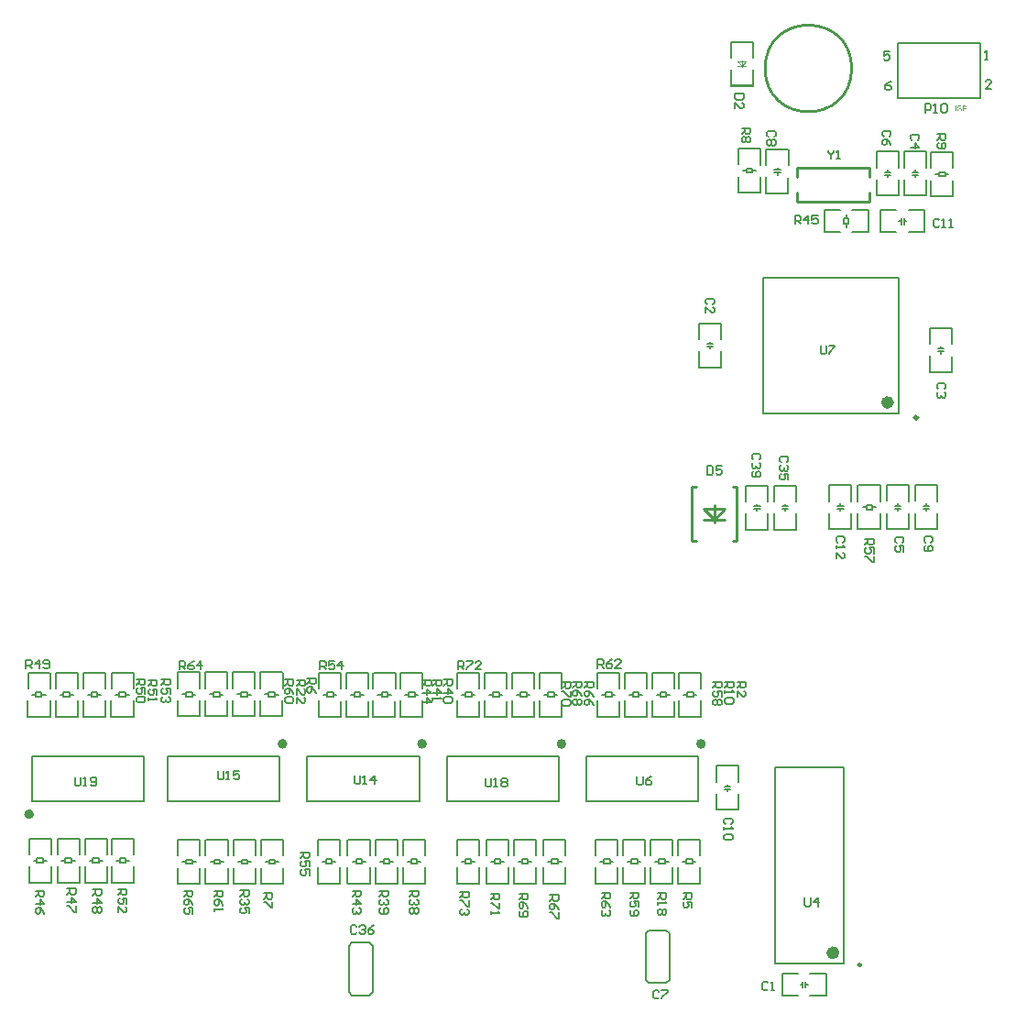
<source format=gto>
%FSLAX25Y25*%
%MOIN*%
G70*
G01*
G75*
%ADD10R,0.07087X0.03937*%
%ADD11O,0.08465X0.02756*%
%ADD12R,0.05100X0.05100*%
%ADD13R,0.02559X0.06496*%
%ADD14R,0.05100X0.05100*%
%ADD15O,0.01102X0.07087*%
%ADD16O,0.07087X0.01102*%
%ADD17R,0.07480X0.09449*%
%ADD18R,0.10799X0.08500*%
%ADD19C,0.01102*%
%ADD20C,0.01000*%
%ADD21C,0.02362*%
%ADD22C,0.01500*%
%ADD23C,0.01200*%
%ADD24C,0.03000*%
%ADD25C,0.02000*%
%ADD26C,0.02500*%
%ADD27C,0.04000*%
%ADD28C,0.04331*%
%ADD29R,0.18600X0.07100*%
%ADD30R,0.10000X0.05300*%
%ADD31R,0.19700X0.10000*%
%ADD32C,0.05906*%
%ADD33R,0.05906X0.05906*%
%ADD34C,0.02000*%
%ADD35C,0.03000*%
G04:AMPARAMS|DCode=36|XSize=94.49mil|YSize=29.13mil|CornerRadius=0.73mil|HoleSize=0mil|Usage=FLASHONLY|Rotation=270.000|XOffset=0mil|YOffset=0mil|HoleType=Round|Shape=RoundedRectangle|*
%AMROUNDEDRECTD36*
21,1,0.09449,0.02768,0,0,270.0*
21,1,0.09303,0.02913,0,0,270.0*
1,1,0.00146,-0.01384,-0.04652*
1,1,0.00146,-0.01384,0.04652*
1,1,0.00146,0.01384,0.04652*
1,1,0.00146,0.01384,-0.04652*
%
%ADD36ROUNDEDRECTD36*%
%ADD37R,0.15700X0.09409*%
%ADD38C,0.00984*%
%ADD39C,0.01969*%
%ADD40C,0.01181*%
%ADD41C,0.00500*%
%ADD42C,0.00787*%
%ADD43C,0.00700*%
%ADD44C,0.00394*%
%ADD45C,0.00591*%
%ADD46R,0.08221X0.00898*%
G36*
X104988Y-30786D02*
X105037Y-30789D01*
X105089Y-30792D01*
X105138Y-30798D01*
X105181Y-30804D01*
X105187D01*
X105206Y-30811D01*
X105233Y-30817D01*
X105267Y-30826D01*
X105307Y-30838D01*
X105347Y-30854D01*
X105390Y-30875D01*
X105430Y-30900D01*
X105433Y-30903D01*
X105448Y-30912D01*
X105466Y-30927D01*
X105488Y-30949D01*
X105512Y-30976D01*
X105540Y-31010D01*
X105568Y-31047D01*
X105592Y-31093D01*
X105595Y-31099D01*
X105602Y-31115D01*
X105611Y-31139D01*
X105623Y-31173D01*
X105635Y-31213D01*
X105645Y-31259D01*
X105651Y-31311D01*
X105654Y-31366D01*
Y-31369D01*
Y-31379D01*
Y-31391D01*
X105651Y-31409D01*
X105648Y-31431D01*
X105645Y-31458D01*
X105641Y-31486D01*
X105632Y-31517D01*
X105614Y-31587D01*
X105583Y-31658D01*
X105565Y-31695D01*
X105543Y-31732D01*
X105519Y-31769D01*
X105488Y-31802D01*
X105485Y-31805D01*
X105479Y-31808D01*
X105470Y-31818D01*
X105457Y-31830D01*
X105436Y-31842D01*
X105414Y-31857D01*
X105387Y-31873D01*
X105353Y-31888D01*
X105316Y-31907D01*
X105273Y-31922D01*
X105224Y-31937D01*
X105172Y-31950D01*
X105110Y-31962D01*
X105046Y-31971D01*
X104975Y-31974D01*
X104899Y-31977D01*
X104383D01*
Y-32800D01*
X104116D01*
Y-30783D01*
X104941D01*
X104988Y-30786D01*
D02*
G37*
G36*
X101767Y-32800D02*
X101500D01*
Y-30783D01*
X101767D01*
Y-32800D01*
D02*
G37*
G36*
X102989Y-30752D02*
X103010D01*
X103063Y-30758D01*
X103124Y-30768D01*
X103192Y-30780D01*
X103259Y-30798D01*
X103324Y-30823D01*
X103327D01*
X103330Y-30826D01*
X103339Y-30829D01*
X103351Y-30835D01*
X103382Y-30854D01*
X103422Y-30875D01*
X103465Y-30906D01*
X103508Y-30943D01*
X103551Y-30986D01*
X103588Y-31035D01*
X103591Y-31041D01*
X103603Y-31059D01*
X103618Y-31090D01*
X103634Y-31127D01*
X103652Y-31173D01*
X103671Y-31228D01*
X103683Y-31286D01*
X103689Y-31351D01*
X103434Y-31369D01*
Y-31366D01*
Y-31360D01*
X103431Y-31351D01*
X103428Y-31339D01*
X103422Y-31305D01*
X103410Y-31262D01*
X103391Y-31216D01*
X103367Y-31170D01*
X103333Y-31124D01*
X103293Y-31084D01*
X103287Y-31081D01*
X103271Y-31069D01*
X103244Y-31053D01*
X103207Y-31035D01*
X103158Y-31016D01*
X103096Y-31001D01*
X103026Y-30989D01*
X102943Y-30986D01*
X102903D01*
X102885Y-30989D01*
X102860D01*
X102808Y-30998D01*
X102750Y-31007D01*
X102691Y-31023D01*
X102636Y-31044D01*
X102611Y-31059D01*
X102590Y-31075D01*
X102587Y-31078D01*
X102575Y-31090D01*
X102556Y-31108D01*
X102538Y-31136D01*
X102516Y-31167D01*
X102501Y-31204D01*
X102489Y-31244D01*
X102482Y-31290D01*
Y-31296D01*
Y-31308D01*
X102486Y-31330D01*
X102492Y-31354D01*
X102501Y-31382D01*
X102516Y-31412D01*
X102535Y-31440D01*
X102559Y-31468D01*
X102562Y-31471D01*
X102578Y-31480D01*
X102587Y-31486D01*
X102599Y-31495D01*
X102618Y-31501D01*
X102639Y-31511D01*
X102664Y-31523D01*
X102691Y-31535D01*
X102722Y-31544D01*
X102759Y-31557D01*
X102802Y-31572D01*
X102848Y-31584D01*
X102900Y-31597D01*
X102958Y-31612D01*
X102961D01*
X102974Y-31615D01*
X102989Y-31618D01*
X103010Y-31624D01*
X103038Y-31630D01*
X103069Y-31640D01*
X103136Y-31655D01*
X103210Y-31676D01*
X103284Y-31698D01*
X103321Y-31707D01*
X103351Y-31719D01*
X103382Y-31732D01*
X103407Y-31741D01*
X103410D01*
X103416Y-31744D01*
X103422Y-31750D01*
X103434Y-31756D01*
X103465Y-31775D01*
X103505Y-31796D01*
X103548Y-31827D01*
X103591Y-31864D01*
X103631Y-31904D01*
X103664Y-31947D01*
X103667Y-31953D01*
X103677Y-31968D01*
X103692Y-31993D01*
X103707Y-32029D01*
X103723Y-32069D01*
X103738Y-32118D01*
X103747Y-32174D01*
X103750Y-32232D01*
Y-32235D01*
Y-32238D01*
Y-32247D01*
Y-32260D01*
X103744Y-32290D01*
X103738Y-32330D01*
X103729Y-32376D01*
X103710Y-32429D01*
X103689Y-32484D01*
X103658Y-32536D01*
X103655Y-32542D01*
X103640Y-32561D01*
X103621Y-32585D01*
X103591Y-32616D01*
X103554Y-32653D01*
X103508Y-32689D01*
X103453Y-32723D01*
X103391Y-32757D01*
X103388D01*
X103382Y-32760D01*
X103373Y-32763D01*
X103360Y-32769D01*
X103345Y-32775D01*
X103327Y-32782D01*
X103278Y-32794D01*
X103222Y-32809D01*
X103155Y-32822D01*
X103084Y-32831D01*
X103004Y-32834D01*
X102958D01*
X102937Y-32831D01*
X102909D01*
X102878Y-32828D01*
X102845Y-32825D01*
X102774Y-32815D01*
X102697Y-32800D01*
X102621Y-32782D01*
X102547Y-32757D01*
X102544D01*
X102538Y-32754D01*
X102528Y-32748D01*
X102516Y-32742D01*
X102482Y-32723D01*
X102443Y-32696D01*
X102393Y-32662D01*
X102347Y-32622D01*
X102298Y-32573D01*
X102255Y-32518D01*
Y-32515D01*
X102252Y-32511D01*
X102246Y-32502D01*
X102240Y-32490D01*
X102231Y-32475D01*
X102222Y-32456D01*
X102203Y-32410D01*
X102185Y-32358D01*
X102166Y-32293D01*
X102154Y-32226D01*
X102148Y-32152D01*
X102400Y-32131D01*
Y-32134D01*
Y-32137D01*
X102403Y-32155D01*
X102409Y-32183D01*
X102415Y-32220D01*
X102427Y-32260D01*
X102439Y-32303D01*
X102458Y-32343D01*
X102479Y-32383D01*
X102482Y-32386D01*
X102492Y-32398D01*
X102507Y-32416D01*
X102532Y-32438D01*
X102559Y-32462D01*
X102593Y-32490D01*
X102636Y-32515D01*
X102682Y-32539D01*
X102685D01*
X102688Y-32542D01*
X102707Y-32548D01*
X102734Y-32557D01*
X102774Y-32567D01*
X102817Y-32579D01*
X102872Y-32588D01*
X102931Y-32594D01*
X102992Y-32597D01*
X103017D01*
X103047Y-32594D01*
X103081Y-32591D01*
X103124Y-32588D01*
X103167Y-32579D01*
X103213Y-32570D01*
X103259Y-32554D01*
X103265Y-32551D01*
X103278Y-32545D01*
X103299Y-32536D01*
X103324Y-32521D01*
X103354Y-32502D01*
X103382Y-32481D01*
X103410Y-32456D01*
X103434Y-32429D01*
X103437Y-32425D01*
X103443Y-32413D01*
X103453Y-32398D01*
X103465Y-32376D01*
X103474Y-32352D01*
X103483Y-32321D01*
X103489Y-32290D01*
X103492Y-32257D01*
Y-32254D01*
Y-32241D01*
X103489Y-32223D01*
X103486Y-32201D01*
X103480Y-32174D01*
X103468Y-32146D01*
X103456Y-32118D01*
X103437Y-32091D01*
X103434Y-32088D01*
X103428Y-32079D01*
X103413Y-32066D01*
X103394Y-32048D01*
X103370Y-32029D01*
X103339Y-32011D01*
X103299Y-31989D01*
X103256Y-31971D01*
X103253Y-31968D01*
X103241Y-31965D01*
X103216Y-31959D01*
X103201Y-31953D01*
X103182Y-31947D01*
X103158Y-31940D01*
X103133Y-31934D01*
X103103Y-31925D01*
X103072Y-31916D01*
X103035Y-31907D01*
X102992Y-31897D01*
X102946Y-31885D01*
X102897Y-31873D01*
X102894D01*
X102885Y-31870D01*
X102869Y-31867D01*
X102851Y-31861D01*
X102829Y-31854D01*
X102805Y-31848D01*
X102746Y-31833D01*
X102682Y-31811D01*
X102618Y-31790D01*
X102559Y-31769D01*
X102532Y-31759D01*
X102510Y-31747D01*
X102507D01*
X102504Y-31744D01*
X102486Y-31732D01*
X102461Y-31716D01*
X102430Y-31695D01*
X102393Y-31667D01*
X102360Y-31637D01*
X102326Y-31600D01*
X102295Y-31560D01*
X102292Y-31554D01*
X102283Y-31538D01*
X102274Y-31517D01*
X102261Y-31486D01*
X102246Y-31449D01*
X102237Y-31406D01*
X102228Y-31357D01*
X102225Y-31308D01*
Y-31305D01*
Y-31302D01*
Y-31293D01*
Y-31280D01*
X102231Y-31253D01*
X102237Y-31216D01*
X102246Y-31170D01*
X102261Y-31124D01*
X102283Y-31072D01*
X102311Y-31023D01*
Y-31019D01*
X102313Y-31016D01*
X102326Y-31001D01*
X102347Y-30976D01*
X102375Y-30946D01*
X102409Y-30915D01*
X102452Y-30881D01*
X102504Y-30847D01*
X102562Y-30820D01*
X102565D01*
X102568Y-30817D01*
X102578Y-30814D01*
X102593Y-30808D01*
X102608Y-30804D01*
X102627Y-30798D01*
X102670Y-30783D01*
X102725Y-30771D01*
X102786Y-30762D01*
X102857Y-30752D01*
X102931Y-30749D01*
X102968D01*
X102989Y-30752D01*
D02*
G37*
%LPC*%
G36*
X104957Y-31019D02*
X104383D01*
Y-31741D01*
X104926D01*
X104945Y-31738D01*
X104966D01*
X104988Y-31735D01*
X105043Y-31729D01*
X105104Y-31716D01*
X105166Y-31701D01*
X105221Y-31676D01*
X105245Y-31661D01*
X105267Y-31646D01*
X105273Y-31643D01*
X105285Y-31627D01*
X105301Y-31606D01*
X105322Y-31575D01*
X105344Y-31538D01*
X105359Y-31492D01*
X105371Y-31437D01*
X105377Y-31376D01*
Y-31369D01*
Y-31354D01*
X105374Y-31330D01*
X105368Y-31299D01*
X105362Y-31265D01*
X105350Y-31228D01*
X105334Y-31191D01*
X105313Y-31157D01*
X105310Y-31155D01*
X105301Y-31142D01*
X105288Y-31127D01*
X105267Y-31108D01*
X105242Y-31090D01*
X105215Y-31069D01*
X105181Y-31053D01*
X105144Y-31038D01*
X105141D01*
X105132Y-31035D01*
X105113Y-31032D01*
X105089Y-31029D01*
X105055Y-31025D01*
X105012Y-31023D01*
X104957Y-31019D01*
D02*
G37*
%LPD*%
D20*
X63693Y-17223D02*
G03*
X63693Y-17223I-15748J0D01*
G01*
X43809Y-53201D02*
X69990Y-53201D01*
X43809Y-56744D02*
Y-53201D01*
X69990Y-56744D02*
Y-53201D01*
X43809Y-65799D02*
Y-62256D01*
X69990Y-65799D02*
Y-62256D01*
X43809Y-65799D02*
X69990Y-65799D01*
X5436Y-189070D02*
X7011D01*
X5436D02*
Y-169385D01*
X7011D01*
X20397Y-189070D02*
X21972D01*
Y-169385D01*
X20397D02*
X21972D01*
X13704Y-182377D02*
Y-176078D01*
X9767Y-181196D02*
X17641D01*
X9767Y-177259D02*
X13704Y-181196D01*
X9767Y-177259D02*
X17641D01*
X13704Y-181196D02*
X17641Y-177259D01*
D21*
X58044Y-338793D02*
G03*
X58044Y-338793I-1181J0D01*
G01*
X77931Y-138677D02*
G03*
X77931Y-138677I-1181J0D01*
G01*
D38*
X67099Y-343143D02*
G03*
X67099Y-343143I-492J0D01*
G01*
D39*
X-234813Y-288403D02*
G03*
X-234813Y-288403I-787J0D01*
G01*
X-91851Y-262812D02*
G03*
X-91851Y-262812I-787J0D01*
G01*
X9650D02*
G03*
X9650Y-262812I-787J0D01*
G01*
X-142602D02*
G03*
X-142602Y-262812I-787J0D01*
G01*
X-41100D02*
G03*
X-41100Y-262812I-787J0D01*
G01*
D40*
X87774Y-144188D02*
G03*
X87774Y-144188I-591J0D01*
G01*
D41*
X-11231Y-348564D02*
Y-331832D01*
X-2569Y-348564D02*
Y-331832D01*
X-11231D02*
X-10050Y-330650D01*
X-3750D02*
X-2569Y-331832D01*
X-3750Y-349745D02*
X-2569Y-348564D01*
X-11231D02*
X-10050Y-349745D01*
Y-330650D02*
X-3750D01*
X-10050Y-349745D02*
X-3750D01*
X-110669Y-353068D02*
Y-336336D01*
X-119331Y-353068D02*
Y-336336D01*
X-111850Y-354250D02*
X-110669Y-353068D01*
X-119331D02*
X-118150Y-354250D01*
X-119331Y-336336D02*
X-118150Y-335155D01*
X-111850D02*
X-110669Y-336336D01*
X-118150Y-354250D02*
X-111850D01*
X-118150Y-335155D02*
X-111850D01*
D42*
X35800Y-271470D02*
X60800D01*
X35800Y-342730D02*
X60800D01*
X35800D02*
Y-271470D01*
X60800Y-342730D02*
Y-271470D01*
X76459Y-184728D02*
Y-178964D01*
X76482Y-174499D02*
Y-168743D01*
X84490Y-184728D02*
Y-178964D01*
Y-174523D02*
Y-168759D01*
X76482Y-168743D02*
X84477D01*
X76477Y-184743D02*
X84477D01*
X-122550Y-303287D02*
Y-297523D01*
X-122574Y-313507D02*
Y-307751D01*
X-130582Y-303287D02*
Y-297523D01*
Y-313492D02*
Y-307728D01*
X-130569Y-313507D02*
X-122574D01*
X-130569Y-297507D02*
X-122569D01*
X-205387Y-313192D02*
Y-307428D01*
X-205364Y-302963D02*
Y-297207D01*
X-197356Y-313192D02*
Y-307428D01*
Y-302987D02*
Y-297223D01*
X-205364Y-297207D02*
X-197369D01*
X-205369Y-313207D02*
X-197369D01*
X-215287Y-313192D02*
Y-307428D01*
X-215264Y-302963D02*
Y-297207D01*
X-207256Y-313192D02*
Y-307428D01*
Y-302987D02*
Y-297223D01*
X-215264Y-297207D02*
X-207269D01*
X-215269Y-313207D02*
X-207269D01*
X-225338Y-313192D02*
Y-307428D01*
X-225314Y-302963D02*
Y-297207D01*
X-217306Y-313192D02*
Y-307428D01*
Y-302987D02*
Y-297223D01*
X-225314Y-297207D02*
X-217319D01*
X-225319Y-313207D02*
X-217319D01*
X-235637Y-313192D02*
Y-307428D01*
X-235614Y-302963D02*
Y-297207D01*
X-227606Y-313192D02*
Y-307428D01*
Y-302987D02*
Y-297223D01*
X-235614Y-297207D02*
X-227619D01*
X-235619Y-313207D02*
X-227619D01*
X-122065Y-242705D02*
Y-236941D01*
X-122088Y-252925D02*
Y-247169D01*
X-130096Y-242705D02*
Y-236941D01*
Y-252910D02*
Y-247146D01*
X-130083Y-252925D02*
X-122088D01*
X-130083Y-236925D02*
X-122083D01*
X-236033Y-252910D02*
Y-247146D01*
X-236010Y-242681D02*
Y-236925D01*
X-228002Y-252910D02*
Y-247146D01*
Y-242705D02*
Y-236941D01*
X-236010Y-236925D02*
X-228015D01*
X-236015Y-252925D02*
X-228015D01*
X-205687Y-252891D02*
Y-247128D01*
X-205664Y-242663D02*
Y-236907D01*
X-197656Y-252891D02*
Y-247128D01*
Y-242687D02*
Y-236923D01*
X-205664Y-236907D02*
X-197669D01*
X-205669Y-252907D02*
X-197669D01*
X-215803Y-252910D02*
Y-247146D01*
X-215779Y-242681D02*
Y-236925D01*
X-207771Y-252910D02*
Y-247146D01*
Y-242705D02*
Y-236941D01*
X-215779Y-236925D02*
X-207784D01*
X-215784Y-252925D02*
X-207784D01*
X-225918Y-252910D02*
Y-247146D01*
X-225894Y-242681D02*
Y-236925D01*
X-217886Y-252910D02*
Y-247146D01*
Y-242705D02*
Y-236941D01*
X-225894Y-236925D02*
X-217899D01*
X-225899Y-252925D02*
X-217899D01*
X-234593Y-283777D02*
X-193845D01*
Y-267438D01*
X-234593D02*
X-193845D01*
X-234593Y-283777D02*
Y-267438D01*
X43405Y-174636D02*
Y-168872D01*
X43382Y-184857D02*
Y-179101D01*
X35374Y-174636D02*
Y-168872D01*
Y-184841D02*
Y-179077D01*
X35387Y-184857D02*
X43382D01*
X35387Y-168857D02*
X43387D01*
X53679Y-68677D02*
X59442D01*
X63907Y-68700D02*
X69663D01*
X53679Y-76708D02*
X59442D01*
X63883D02*
X69647D01*
X69663Y-76695D02*
Y-68700D01*
X53663Y-76695D02*
Y-68695D01*
X-91550Y-303287D02*
Y-297523D01*
X-91574Y-313507D02*
Y-307751D01*
X-99582Y-303287D02*
Y-297523D01*
Y-313492D02*
Y-307728D01*
X-99569Y-313507D02*
X-91574D01*
X-99569Y-297507D02*
X-91569D01*
X-101550Y-303287D02*
Y-297523D01*
X-101574Y-313507D02*
Y-307751D01*
X-109582Y-303287D02*
Y-297523D01*
Y-313492D02*
Y-307728D01*
X-109569Y-313507D02*
X-101574D01*
X-109569Y-297507D02*
X-101569D01*
X-111651Y-303287D02*
Y-297523D01*
X-111674Y-313507D02*
Y-307751D01*
X-119682Y-303287D02*
Y-297523D01*
Y-313492D02*
Y-307728D01*
X-119669Y-313507D02*
X-111674D01*
X-119669Y-297507D02*
X-111669D01*
X-112193Y-242705D02*
Y-236941D01*
X-112217Y-252925D02*
Y-247169D01*
X-120225Y-242705D02*
Y-236941D01*
Y-252910D02*
Y-247146D01*
X-120212Y-252925D02*
X-112217D01*
X-120212Y-236925D02*
X-112212D01*
X-102322Y-242705D02*
Y-236941D01*
X-102346Y-252925D02*
Y-247169D01*
X-110353Y-242705D02*
Y-236941D01*
Y-252910D02*
Y-247146D01*
X-110340Y-252925D02*
X-102346D01*
X-110340Y-236925D02*
X-102340D01*
X-92450Y-242687D02*
Y-236923D01*
X-92474Y-252907D02*
Y-247151D01*
X-100482Y-242687D02*
Y-236923D01*
Y-252891D02*
Y-247128D01*
X-100469Y-252907D02*
X-92474D01*
X-100469Y-236907D02*
X-92469D01*
X33205Y-174636D02*
Y-168872D01*
X33182Y-184857D02*
Y-179101D01*
X25174Y-174636D02*
Y-168872D01*
Y-184841D02*
Y-179077D01*
X25187Y-184857D02*
X33182D01*
X25187Y-168857D02*
X33187D01*
X-161302Y-297707D02*
X-153302D01*
X-161302Y-313707D02*
X-153307D01*
X-161315Y-313691D02*
Y-307928D01*
Y-303487D02*
Y-297723D01*
X-153307Y-313707D02*
Y-307951D01*
X-153284Y-303487D02*
Y-297723D01*
X100068Y-117379D02*
Y-111616D01*
X100045Y-127600D02*
Y-121844D01*
X92037Y-117379D02*
Y-111616D01*
Y-127584D02*
Y-121820D01*
X92050Y-127600D02*
X100045D01*
X92050Y-111600D02*
X100050D01*
X8231Y-125871D02*
Y-120107D01*
X8255Y-115642D02*
Y-109886D01*
X16263Y-125871D02*
Y-120107D01*
Y-115666D02*
Y-109902D01*
X8255Y-109886D02*
X16250D01*
X8250Y-125886D02*
X16250D01*
X80769Y-53180D02*
Y-47416D01*
X80745Y-63400D02*
Y-57644D01*
X72737Y-53180D02*
Y-47416D01*
Y-63384D02*
Y-57621D01*
X72750Y-63400D02*
X80745D01*
X72750Y-47400D02*
X80750D01*
X90768Y-53180D02*
Y-47416D01*
X90745Y-63400D02*
Y-57644D01*
X82737Y-53180D02*
Y-47416D01*
Y-63384D02*
Y-57621D01*
X82750Y-63400D02*
X90745D01*
X82750Y-47400D02*
X90750D01*
X40668Y-52380D02*
Y-46616D01*
X40645Y-62600D02*
Y-56844D01*
X32637Y-52380D02*
Y-46616D01*
Y-62584D02*
Y-56820D01*
X32650Y-62600D02*
X40645D01*
X32650Y-46600D02*
X40650D01*
X100568Y-53479D02*
Y-47716D01*
X100545Y-63700D02*
Y-57944D01*
X92537Y-53479D02*
Y-47716D01*
Y-63684D02*
Y-57920D01*
X92550Y-63700D02*
X100545D01*
X92550Y-47700D02*
X100550D01*
X86932Y-184728D02*
Y-178964D01*
X86955Y-174499D02*
Y-168743D01*
X94963Y-184728D02*
Y-178964D01*
Y-174523D02*
Y-168759D01*
X86955Y-168743D02*
X94950D01*
X86950Y-184743D02*
X94950D01*
X-1350Y-303287D02*
Y-297523D01*
X-1374Y-313507D02*
Y-307751D01*
X-9382Y-303287D02*
Y-297523D01*
Y-313492D02*
Y-307728D01*
X-9369Y-313507D02*
X-1374D01*
X-9369Y-297507D02*
X-1369D01*
X-153361Y-242605D02*
Y-236841D01*
X-153385Y-252825D02*
Y-247070D01*
X-161392Y-242605D02*
Y-236841D01*
Y-252810D02*
Y-247046D01*
X-161380Y-252825D02*
X-153385D01*
X-161380Y-236825D02*
X-153379D01*
X84421Y-76768D02*
X90184D01*
X74200Y-76745D02*
X79956D01*
X84421Y-68737D02*
X90184D01*
X74216D02*
X79979D01*
X74200Y-76745D02*
Y-68750D01*
X90200Y-76750D02*
Y-68750D01*
X22532Y-62384D02*
Y-56621D01*
X22555Y-52156D02*
Y-46400D01*
X30563Y-62384D02*
Y-56621D01*
Y-52179D02*
Y-46416D01*
X22555Y-46400D02*
X30550D01*
X22550Y-62400D02*
X30550D01*
X-134395Y-267438D02*
X-93647D01*
X-134395Y-283777D02*
Y-267438D01*
Y-283777D02*
X-93647D01*
Y-267438D01*
X80481Y-8107D02*
X99648D01*
X80481D02*
X110481D01*
X80481Y-28107D02*
X110481D01*
X110481Y-8107D02*
X110481Y-28107D01*
X80481Y-8107D02*
X80481Y-28107D01*
X19731Y-7507D02*
X27731D01*
X19731Y-23507D02*
X27710D01*
X19718Y-23492D02*
Y-17728D01*
Y-13287D02*
Y-7523D01*
X27749Y-13287D02*
Y-7523D01*
X27726Y-23492D02*
Y-17751D01*
X27710Y-23507D02*
X27726Y-23492D01*
X80687Y-142614D02*
Y-93401D01*
X31475Y-142614D02*
Y-93401D01*
Y-142614D02*
X80687D01*
X31475Y-93401D02*
X80687D01*
X-32893Y-267438D02*
X7855D01*
X-32893Y-283777D02*
Y-267438D01*
Y-283777D02*
X7855D01*
Y-267438D01*
X-185145D02*
X-144397D01*
X-185145Y-283777D02*
Y-267438D01*
Y-283777D02*
X-144397D01*
Y-267438D01*
X-83644D02*
X-42896D01*
X-83644Y-283777D02*
Y-267438D01*
Y-283777D02*
X-42896D01*
Y-267438D01*
X-79746Y-236925D02*
X-71746D01*
X-79746Y-252925D02*
X-71751D01*
X-79759Y-252910D02*
Y-247146D01*
Y-242705D02*
Y-236941D01*
X-71751Y-252925D02*
Y-247169D01*
X-71728Y-242705D02*
Y-236941D01*
X-79869Y-297507D02*
X-71869D01*
X-79869Y-313507D02*
X-71874D01*
X-79882Y-313492D02*
Y-307728D01*
Y-303287D02*
Y-297523D01*
X-71874Y-313507D02*
Y-307751D01*
X-71851Y-303287D02*
Y-297523D01*
X-69746Y-236925D02*
X-61746D01*
X-69746Y-252925D02*
X-61751D01*
X-69759Y-252910D02*
Y-247146D01*
Y-242705D02*
Y-236941D01*
X-61751Y-252925D02*
Y-247169D01*
X-61728Y-242705D02*
Y-236941D01*
X-69169Y-297507D02*
X-61169D01*
X-69169Y-313507D02*
X-61174D01*
X-69182Y-313492D02*
Y-307728D01*
Y-303287D02*
Y-297523D01*
X-61174Y-313507D02*
Y-307751D01*
X-61150Y-303287D02*
Y-297523D01*
X-59746Y-236925D02*
X-51746D01*
X-59746Y-252925D02*
X-51751D01*
X-59759Y-252910D02*
Y-247146D01*
Y-242705D02*
Y-236941D01*
X-51751Y-252925D02*
Y-247169D01*
X-51728Y-242705D02*
Y-236941D01*
X-59269Y-297507D02*
X-51269D01*
X-59269Y-313507D02*
X-51274D01*
X-59282Y-313492D02*
Y-307728D01*
Y-303287D02*
Y-297523D01*
X-51274Y-313507D02*
Y-307751D01*
X-51250Y-303287D02*
Y-297523D01*
X-49746Y-236925D02*
X-41746D01*
X-49746Y-252925D02*
X-41751D01*
X-49759Y-252910D02*
Y-247146D01*
Y-242705D02*
Y-236941D01*
X-41751Y-252925D02*
Y-247169D01*
X-41728Y-242705D02*
Y-236941D01*
X-48369Y-297507D02*
X-40369D01*
X-48369Y-313507D02*
X-40374D01*
X-48382Y-313492D02*
Y-307728D01*
Y-303287D02*
Y-297523D01*
X-40374Y-313507D02*
Y-307751D01*
X-40350Y-303287D02*
Y-297523D01*
X-28746Y-236925D02*
X-20746D01*
X-28746Y-252925D02*
X-20751D01*
X-28759Y-252910D02*
Y-247146D01*
Y-242705D02*
Y-236941D01*
X-20751Y-252925D02*
Y-247169D01*
X-20728Y-242705D02*
Y-236941D01*
X-29469Y-297507D02*
X-21469D01*
X-29469Y-313507D02*
X-21474D01*
X-29482Y-313492D02*
Y-307728D01*
Y-303287D02*
Y-297523D01*
X-21474Y-313507D02*
Y-307751D01*
X-21451Y-303287D02*
Y-297523D01*
X-181446Y-236825D02*
X-173446D01*
X-181446Y-252825D02*
X-173451D01*
X-181459Y-252810D02*
Y-247046D01*
Y-242605D02*
Y-236841D01*
X-173451Y-252825D02*
Y-247070D01*
X-173428Y-242605D02*
Y-236841D01*
X-181369Y-297707D02*
X-173369D01*
X-181369Y-313707D02*
X-173374D01*
X-181382Y-313691D02*
Y-307928D01*
Y-303487D02*
Y-297723D01*
X-173374Y-313707D02*
Y-307951D01*
X-173351Y-303487D02*
Y-297723D01*
X55526Y-168743D02*
X63526D01*
X55526Y-184743D02*
X63521D01*
X55513Y-184728D02*
Y-178964D01*
Y-174523D02*
Y-168759D01*
X63521Y-184743D02*
Y-178987D01*
X63545Y-174523D02*
Y-168759D01*
X-18854Y-236925D02*
X-10854D01*
X-18854Y-252925D02*
X-10859D01*
X-18867Y-252910D02*
Y-247146D01*
Y-242705D02*
Y-236941D01*
X-10859Y-252925D02*
Y-247169D01*
X-10835Y-242705D02*
Y-236941D01*
X-19469Y-297507D02*
X-11469D01*
X-19469Y-313507D02*
X-11474D01*
X-19482Y-313492D02*
Y-307728D01*
Y-303287D02*
Y-297523D01*
X-11474Y-313507D02*
Y-307751D01*
X-11451Y-303287D02*
Y-297523D01*
X-171413Y-236825D02*
X-163413D01*
X-171413Y-252825D02*
X-163418D01*
X-171426Y-252810D02*
Y-247046D01*
Y-242605D02*
Y-236841D01*
X-163418Y-252825D02*
Y-247070D01*
X-163394Y-242605D02*
Y-236841D01*
X-171336Y-297707D02*
X-163336D01*
X-171336Y-313707D02*
X-163341D01*
X-171349Y-313691D02*
Y-307928D01*
Y-303487D02*
Y-297723D01*
X-163341Y-313707D02*
Y-307951D01*
X-163317Y-303487D02*
Y-297723D01*
X65999Y-168743D02*
X73999D01*
X65999Y-184743D02*
X73994D01*
X65986Y-184728D02*
Y-178964D01*
Y-174523D02*
Y-168759D01*
X73994Y-184743D02*
Y-178987D01*
X74018Y-174523D02*
Y-168759D01*
X-8961Y-236925D02*
X-961D01*
X-8961Y-252925D02*
X-967D01*
X-8974Y-252910D02*
Y-247146D01*
Y-242705D02*
Y-236941D01*
X-967Y-252925D02*
Y-247169D01*
X-943Y-242705D02*
Y-236941D01*
X54400Y-354250D02*
Y-346250D01*
X38400Y-354245D02*
Y-346250D01*
X38416Y-346237D02*
X44179D01*
X48621D02*
X54384D01*
X38400Y-354245D02*
X44156D01*
X48621Y-354269D02*
X54384D01*
X14350Y-270800D02*
X22350D01*
X14350Y-286800D02*
X22345D01*
X14337Y-286784D02*
Y-281020D01*
Y-276579D02*
Y-270816D01*
X22345Y-286800D02*
Y-281044D01*
X22368Y-276579D02*
Y-270816D01*
X931Y-236907D02*
X8931D01*
X931Y-252907D02*
X8926D01*
X918Y-252891D02*
Y-247128D01*
Y-242687D02*
Y-236923D01*
X8926Y-252907D02*
Y-247151D01*
X8950Y-242687D02*
Y-236923D01*
X531Y-297507D02*
X8531D01*
X531Y-313507D02*
X8526D01*
X518Y-313492D02*
Y-307728D01*
Y-303287D02*
Y-297523D01*
X8526Y-313507D02*
Y-307751D01*
X8550Y-303287D02*
Y-297523D01*
X-151346Y-236825D02*
X-143346D01*
X-151346Y-252825D02*
X-143351D01*
X-151359Y-252810D02*
Y-247046D01*
Y-242605D02*
Y-236841D01*
X-143351Y-252825D02*
Y-247070D01*
X-143328Y-242605D02*
Y-236841D01*
X-151269Y-297707D02*
X-143269D01*
X-151269Y-313707D02*
X-143274D01*
X-151282Y-313691D02*
Y-307928D01*
Y-303487D02*
Y-297723D01*
X-143274Y-313707D02*
Y-307951D01*
X-143251Y-303487D02*
Y-297723D01*
D43*
X80404Y-178019D02*
Y-177287D01*
X80427Y-176200D02*
Y-175468D01*
X79341Y-176200D02*
X81491D01*
X79341Y-177287D02*
X81491D01*
X-125412Y-305525D02*
X-124181D01*
X-125419Y-306281D02*
Y-305407D01*
X-127569Y-306281D02*
X-125419D01*
X-127569D02*
Y-304746D01*
X-125419D01*
Y-305607D02*
Y-304746D01*
X-127569Y-305457D02*
Y-305407D01*
X-128908Y-305502D02*
X-127695D01*
X-203757Y-305189D02*
X-202526D01*
X-202519Y-305307D02*
Y-304433D01*
X-200369D01*
Y-305969D02*
Y-304433D01*
X-202519Y-305969D02*
X-200369D01*
X-202519D02*
Y-305107D01*
X-200369Y-305307D02*
Y-305257D01*
X-200243Y-305213D02*
X-199030D01*
X-213657Y-305189D02*
X-212426D01*
X-212419Y-305307D02*
Y-304433D01*
X-210269D01*
Y-305969D02*
Y-304433D01*
X-212419Y-305969D02*
X-210269D01*
X-212419D02*
Y-305107D01*
X-210269Y-305307D02*
Y-305257D01*
X-210143Y-305213D02*
X-208930D01*
X-223707Y-305189D02*
X-222476D01*
X-222469Y-305307D02*
Y-304433D01*
X-220319D01*
Y-305969D02*
Y-304433D01*
X-222469Y-305969D02*
X-220319D01*
X-222469D02*
Y-305107D01*
X-220319Y-305307D02*
Y-305257D01*
X-220193Y-305213D02*
X-218980D01*
X-234007Y-305189D02*
X-232776D01*
X-232769Y-305307D02*
Y-304433D01*
X-230619D01*
Y-305969D02*
Y-304433D01*
X-232769Y-305969D02*
X-230619D01*
X-232769D02*
Y-305107D01*
X-230619Y-305307D02*
Y-305257D01*
X-230493Y-305213D02*
X-229280D01*
X-124926Y-244943D02*
X-123695D01*
X-124933Y-245699D02*
Y-244825D01*
X-127083Y-245699D02*
X-124933D01*
X-127083D02*
Y-244164D01*
X-124933D01*
Y-245025D02*
Y-244164D01*
X-127083Y-244875D02*
Y-244825D01*
X-128422Y-244920D02*
X-127209D01*
X-234402Y-244907D02*
X-233172D01*
X-233165Y-245025D02*
Y-244151D01*
X-231015D01*
Y-245687D02*
Y-244151D01*
X-233165Y-245687D02*
X-231015D01*
X-233165D02*
Y-244825D01*
X-231015Y-245025D02*
Y-244975D01*
X-230888Y-244931D02*
X-229676D01*
X-204057Y-244889D02*
X-202826D01*
X-202819Y-245007D02*
Y-244133D01*
X-200669D01*
Y-245669D02*
Y-244133D01*
X-202819Y-245669D02*
X-200669D01*
X-202819D02*
Y-244807D01*
X-200669Y-245007D02*
Y-244957D01*
X-200543Y-244913D02*
X-199330D01*
X-214172Y-244907D02*
X-212941D01*
X-212934Y-245025D02*
Y-244151D01*
X-210784D01*
Y-245687D02*
Y-244151D01*
X-212934Y-245687D02*
X-210784D01*
X-212934D02*
Y-244825D01*
X-210784Y-245025D02*
Y-244975D01*
X-210658Y-244931D02*
X-209445D01*
X-224287Y-244907D02*
X-223057D01*
X-223049Y-245025D02*
Y-244151D01*
X-220899D01*
Y-245687D02*
Y-244151D01*
X-223049Y-245687D02*
X-220899D01*
X-223049D02*
Y-244825D01*
X-220899Y-245025D02*
Y-244975D01*
X-220773Y-244931D02*
X-219560D01*
X39460Y-176313D02*
Y-175581D01*
X39437Y-178132D02*
Y-177400D01*
X38373D02*
X40523D01*
X38373Y-176313D02*
X40523D01*
X61681Y-71538D02*
Y-70307D01*
X61563Y-71545D02*
X62437D01*
Y-73695D02*
Y-71545D01*
X60901Y-73695D02*
X62437D01*
X60901D02*
Y-71545D01*
X61763D01*
X61563Y-73695D02*
X61613D01*
X61657Y-75034D02*
Y-73822D01*
X-94412Y-305525D02*
X-93181D01*
X-94419Y-306281D02*
Y-305407D01*
X-96569Y-306281D02*
X-94419D01*
X-96569D02*
Y-304746D01*
X-94419D01*
Y-305607D02*
Y-304746D01*
X-96569Y-305457D02*
Y-305407D01*
X-97908Y-305502D02*
X-96695D01*
X-104412Y-305525D02*
X-103181D01*
X-104419Y-306281D02*
Y-305407D01*
X-106569Y-306281D02*
X-104419D01*
X-106569D02*
Y-304746D01*
X-104419D01*
Y-305607D02*
Y-304746D01*
X-106569Y-305457D02*
Y-305407D01*
X-107908Y-305502D02*
X-106695D01*
X-114512Y-305525D02*
X-113281D01*
X-114519Y-306281D02*
Y-305407D01*
X-116669Y-306281D02*
X-114519D01*
X-116669D02*
Y-304746D01*
X-114519D01*
Y-305607D02*
Y-304746D01*
X-116669Y-305457D02*
Y-305407D01*
X-118008Y-305502D02*
X-116795D01*
X-115055Y-244943D02*
X-113824D01*
X-115062Y-245699D02*
Y-244825D01*
X-117212Y-245699D02*
X-115062D01*
X-117212D02*
Y-244164D01*
X-115062D01*
Y-245025D02*
Y-244164D01*
X-117212Y-244875D02*
Y-244825D01*
X-118551Y-244920D02*
X-117338D01*
X-105183Y-244943D02*
X-103953D01*
X-105190Y-245699D02*
Y-244825D01*
X-107340Y-245699D02*
X-105190D01*
X-107340D02*
Y-244164D01*
X-105190D01*
Y-245025D02*
Y-244164D01*
X-107340Y-244875D02*
Y-244825D01*
X-108679Y-244920D02*
X-107467D01*
X-95312Y-244925D02*
X-94081D01*
X-95319Y-245681D02*
Y-244807D01*
X-97469Y-245681D02*
X-95319D01*
X-97469D02*
Y-244146D01*
X-95319D01*
Y-245007D02*
Y-244146D01*
X-97469Y-244857D02*
Y-244807D01*
X-98808Y-244902D02*
X-97595D01*
X29260Y-176313D02*
Y-175581D01*
X29237Y-178132D02*
Y-177400D01*
X28173D02*
X30323D01*
X28173Y-176313D02*
X30323D01*
X-159641Y-305702D02*
X-158429D01*
X-158302Y-305657D02*
Y-305607D01*
X-156152Y-305807D02*
Y-304946D01*
X-158302D02*
X-156152D01*
X-158302Y-306481D02*
Y-304946D01*
Y-306481D02*
X-156152D01*
Y-305607D01*
X-156145Y-305725D02*
X-154914D01*
X96124Y-119057D02*
Y-118324D01*
X96100Y-120876D02*
Y-120143D01*
X95037D02*
X97187D01*
X95037Y-119057D02*
X97187D01*
X12176Y-119162D02*
Y-118430D01*
X12200Y-117343D02*
Y-116611D01*
X11113Y-117343D02*
X13263D01*
X11113Y-118430D02*
X13263D01*
X76824Y-54857D02*
Y-54124D01*
X76800Y-56676D02*
Y-55943D01*
X75737D02*
X77887D01*
X75737Y-54857D02*
X77887D01*
X86824D02*
Y-54124D01*
X86800Y-56676D02*
Y-55943D01*
X85737D02*
X87887D01*
X85737Y-54857D02*
X87887D01*
X36724Y-54057D02*
Y-53324D01*
X36700Y-55876D02*
Y-55143D01*
X35637D02*
X37787D01*
X35637Y-54057D02*
X37787D01*
X97707Y-55718D02*
X98938D01*
X97700Y-56474D02*
Y-55600D01*
X95550Y-56474D02*
X97700D01*
X95550D02*
Y-54939D01*
X97700D01*
Y-55800D02*
Y-54939D01*
X95550Y-55650D02*
Y-55600D01*
X94211Y-55695D02*
X95424D01*
X90876Y-178019D02*
Y-177287D01*
X90900Y-176200D02*
Y-175468D01*
X89813Y-176200D02*
X91963D01*
X89813Y-177287D02*
X91963D01*
X-4212Y-305525D02*
X-2981D01*
X-4219Y-306281D02*
Y-305407D01*
X-6369Y-306281D02*
X-4219D01*
X-6369D02*
Y-304746D01*
X-4219D01*
Y-305607D02*
Y-304746D01*
X-6369Y-305457D02*
Y-305407D01*
X-7708Y-305502D02*
X-6495D01*
X-156222Y-244844D02*
X-154992D01*
X-156229Y-245599D02*
Y-244725D01*
X-158379Y-245599D02*
X-156229D01*
X-158379D02*
Y-244064D01*
X-156229D01*
Y-244925D02*
Y-244064D01*
X-158379Y-244775D02*
Y-244725D01*
X-159719Y-244820D02*
X-158506D01*
X82743Y-72824D02*
X83476D01*
X80924Y-72800D02*
X81657D01*
Y-73887D02*
Y-71737D01*
X82743Y-73887D02*
Y-71737D01*
X24162Y-54382D02*
X25393D01*
X25400Y-54500D02*
Y-53626D01*
X27550D01*
Y-55161D02*
Y-53626D01*
X25400Y-55161D02*
X27550D01*
X25400D02*
Y-54300D01*
X27550Y-54500D02*
Y-54450D01*
X27676Y-54405D02*
X28889D01*
X-78085Y-244920D02*
X-76872D01*
X-76746Y-244875D02*
Y-244825D01*
X-74596Y-245025D02*
Y-244164D01*
X-76746D02*
X-74596D01*
X-76746Y-245699D02*
Y-244164D01*
Y-245699D02*
X-74596D01*
Y-244825D01*
X-74589Y-244943D02*
X-73358D01*
X-78208Y-305502D02*
X-76995D01*
X-76869Y-305457D02*
Y-305407D01*
X-74719Y-305607D02*
Y-304746D01*
X-76869D02*
X-74719D01*
X-76869Y-306281D02*
Y-304746D01*
Y-306281D02*
X-74719D01*
Y-305407D01*
X-74712Y-305525D02*
X-73481D01*
X-68085Y-244920D02*
X-66873D01*
X-66746Y-244875D02*
Y-244825D01*
X-64596Y-245025D02*
Y-244164D01*
X-66746D02*
X-64596D01*
X-66746Y-245699D02*
Y-244164D01*
Y-245699D02*
X-64596D01*
Y-244825D01*
X-64589Y-244943D02*
X-63358D01*
X-67508Y-305502D02*
X-66295D01*
X-66169Y-305457D02*
Y-305407D01*
X-64019Y-305607D02*
Y-304746D01*
X-66169D02*
X-64019D01*
X-66169Y-306281D02*
Y-304746D01*
Y-306281D02*
X-64019D01*
Y-305407D01*
X-64012Y-305525D02*
X-62781D01*
X-58085Y-244920D02*
X-56872D01*
X-56746Y-244875D02*
Y-244825D01*
X-54596Y-245025D02*
Y-244164D01*
X-56746D02*
X-54596D01*
X-56746Y-245699D02*
Y-244164D01*
Y-245699D02*
X-54596D01*
Y-244825D01*
X-54589Y-244943D02*
X-53358D01*
X-57608Y-305502D02*
X-56395D01*
X-56269Y-305457D02*
Y-305407D01*
X-54119Y-305607D02*
Y-304746D01*
X-56269D02*
X-54119D01*
X-56269Y-306281D02*
Y-304746D01*
Y-306281D02*
X-54119D01*
Y-305407D01*
X-54112Y-305525D02*
X-52881D01*
X-48085Y-244920D02*
X-46872D01*
X-46746Y-244875D02*
Y-244825D01*
X-44596Y-245025D02*
Y-244164D01*
X-46746D02*
X-44596D01*
X-46746Y-245699D02*
Y-244164D01*
Y-245699D02*
X-44596D01*
Y-244825D01*
X-44589Y-244943D02*
X-43358D01*
X-46708Y-305502D02*
X-45495D01*
X-45369Y-305457D02*
Y-305407D01*
X-43219Y-305607D02*
Y-304746D01*
X-45369D02*
X-43219D01*
X-45369Y-306281D02*
Y-304746D01*
Y-306281D02*
X-43219D01*
Y-305407D01*
X-43212Y-305525D02*
X-41981D01*
X-27085Y-244920D02*
X-25872D01*
X-25746Y-244875D02*
Y-244825D01*
X-23596Y-245025D02*
Y-244164D01*
X-25746D02*
X-23596D01*
X-25746Y-245699D02*
Y-244164D01*
Y-245699D02*
X-23596D01*
Y-244825D01*
X-23589Y-244943D02*
X-22358D01*
X-27808Y-305502D02*
X-26595D01*
X-26469Y-305457D02*
Y-305407D01*
X-24319Y-305607D02*
Y-304746D01*
X-26469D02*
X-24319D01*
X-26469Y-306281D02*
Y-304746D01*
Y-306281D02*
X-24319D01*
Y-305407D01*
X-24312Y-305525D02*
X-23081D01*
X-179785Y-244820D02*
X-178572D01*
X-178446Y-244775D02*
Y-244725D01*
X-176296Y-244925D02*
Y-244064D01*
X-178446D02*
X-176296D01*
X-178446Y-245599D02*
Y-244064D01*
Y-245599D02*
X-176296D01*
Y-244725D01*
X-176289Y-244844D02*
X-175058D01*
X-179708Y-305702D02*
X-178495D01*
X-178369Y-305657D02*
Y-305607D01*
X-176219Y-305807D02*
Y-304946D01*
X-178369D02*
X-176219D01*
X-178369Y-306481D02*
Y-304946D01*
Y-306481D02*
X-176219D01*
Y-305607D01*
X-176212Y-305725D02*
X-174981D01*
X58513Y-176200D02*
X60663D01*
X58513Y-177287D02*
X60663D01*
X59576Y-178019D02*
Y-177287D01*
X59600Y-176200D02*
Y-175468D01*
X-17193Y-244920D02*
X-15980D01*
X-15854Y-244875D02*
Y-244825D01*
X-13704Y-245025D02*
Y-244164D01*
X-15854D02*
X-13704D01*
X-15854Y-245699D02*
Y-244164D01*
Y-245699D02*
X-13704D01*
Y-244825D01*
X-13697Y-244943D02*
X-12466D01*
X-17808Y-305502D02*
X-16595D01*
X-16469Y-305457D02*
Y-305407D01*
X-14319Y-305607D02*
Y-304746D01*
X-16469D02*
X-14319D01*
X-16469Y-306281D02*
Y-304746D01*
Y-306281D02*
X-14319D01*
Y-305407D01*
X-14312Y-305525D02*
X-13081D01*
X-169752Y-244820D02*
X-168539D01*
X-168413Y-244775D02*
Y-244725D01*
X-166263Y-244925D02*
Y-244064D01*
X-168413D02*
X-166263D01*
X-168413Y-245599D02*
Y-244064D01*
Y-245599D02*
X-166263D01*
Y-244725D01*
X-166256Y-244844D02*
X-165025D01*
X-169675Y-305702D02*
X-168462D01*
X-168336Y-305657D02*
Y-305607D01*
X-166186Y-305807D02*
Y-304946D01*
X-168336D02*
X-166186D01*
X-168336Y-306481D02*
Y-304946D01*
Y-306481D02*
X-166186D01*
Y-305607D01*
X-166179Y-305725D02*
X-164948D01*
X67660Y-176738D02*
X68873D01*
X68999Y-176693D02*
Y-176643D01*
X71149Y-176843D02*
Y-175982D01*
X68999D02*
X71149D01*
X68999Y-177517D02*
Y-175982D01*
Y-177517D02*
X71149D01*
Y-176643D01*
X71156Y-176761D02*
X72387D01*
X-7300Y-244920D02*
X-6088D01*
X-5961Y-244875D02*
Y-244825D01*
X-3811Y-245025D02*
Y-244164D01*
X-5961D02*
X-3811D01*
X-5961Y-245699D02*
Y-244164D01*
Y-245699D02*
X-3811D01*
Y-244825D01*
X-3804Y-244943D02*
X-2574D01*
X46943Y-351387D02*
Y-349237D01*
X45857Y-351387D02*
Y-349237D01*
X45124Y-350300D02*
X45857D01*
X46943Y-350324D02*
X47676D01*
X17337Y-278257D02*
X19487D01*
X17337Y-279343D02*
X19487D01*
X18400Y-280076D02*
Y-279343D01*
X18424Y-278257D02*
Y-277524D01*
X2592Y-244902D02*
X3805D01*
X3931Y-244857D02*
Y-244807D01*
X6081Y-245007D02*
Y-244146D01*
X3931D02*
X6081D01*
X3931Y-245681D02*
Y-244146D01*
Y-245681D02*
X6081D01*
Y-244807D01*
X6088Y-244925D02*
X7319D01*
X2192Y-305502D02*
X3405D01*
X3531Y-305457D02*
Y-305407D01*
X5681Y-305607D02*
Y-304746D01*
X3531D02*
X5681D01*
X3531Y-306281D02*
Y-304746D01*
Y-306281D02*
X5681D01*
Y-305407D01*
X5688Y-305525D02*
X6919D01*
X-149685Y-244820D02*
X-148472D01*
X-148346Y-244775D02*
Y-244725D01*
X-146196Y-244925D02*
Y-244064D01*
X-148346D02*
X-146196D01*
X-148346Y-245599D02*
Y-244064D01*
Y-245599D02*
X-146196D01*
Y-244725D01*
X-146189Y-244844D02*
X-144958D01*
X-149608Y-305702D02*
X-148395D01*
X-148269Y-305657D02*
Y-305607D01*
X-146119Y-305807D02*
Y-304946D01*
X-148269D02*
X-146119D01*
X-148269Y-306481D02*
Y-304946D01*
Y-306481D02*
X-146119D01*
Y-305607D01*
X-146112Y-305725D02*
X-144881D01*
D44*
X22150Y-16310D02*
X25299D01*
X23724Y-16688D02*
Y-14326D01*
Y-16310D02*
X25299Y-14735D01*
X22150D02*
X25299D01*
X22150D02*
X23724Y-16310D01*
D45*
X-116451Y-329326D02*
X-116976Y-328801D01*
X-118025D01*
X-118550Y-329326D01*
Y-331425D01*
X-118025Y-331950D01*
X-116976D01*
X-116451Y-331425D01*
X-115401Y-329326D02*
X-114877Y-328801D01*
X-113827D01*
X-113302Y-329326D01*
Y-329851D01*
X-113827Y-330376D01*
X-114352D01*
X-113827D01*
X-113302Y-330901D01*
Y-331425D01*
X-113827Y-331950D01*
X-114877D01*
X-115401Y-331425D01*
X-110154Y-328801D02*
X-111203Y-329326D01*
X-112253Y-330376D01*
Y-331425D01*
X-111728Y-331950D01*
X-110679D01*
X-110154Y-331425D01*
Y-330901D01*
X-110679Y-330376D01*
X-112253D01*
X-6401Y-352876D02*
X-6926Y-352351D01*
X-7975D01*
X-8500Y-352876D01*
Y-354975D01*
X-7975Y-355500D01*
X-6926D01*
X-6401Y-354975D01*
X-5351Y-352351D02*
X-3252D01*
Y-352876D01*
X-5351Y-354975D01*
Y-355500D01*
X11208Y-161835D02*
Y-164983D01*
X12782D01*
X13307Y-164459D01*
Y-162359D01*
X12782Y-161835D01*
X11208D01*
X16456D02*
X14357D01*
Y-163409D01*
X15406Y-162884D01*
X15931D01*
X16456Y-163409D01*
Y-164459D01*
X15931Y-164983D01*
X14881D01*
X14357Y-164459D01*
X-166900Y-272651D02*
Y-275275D01*
X-166375Y-275800D01*
X-165326D01*
X-164801Y-275275D01*
Y-272651D01*
X-163751Y-275800D02*
X-162702D01*
X-163227D01*
Y-272651D01*
X-163751Y-273176D01*
X-159028Y-272651D02*
X-161128D01*
Y-274226D01*
X-160078Y-273701D01*
X-159553D01*
X-159028Y-274226D01*
Y-275275D01*
X-159553Y-275800D01*
X-160603D01*
X-161128Y-275275D01*
X-136800Y-302200D02*
X-133651D01*
Y-303774D01*
X-134176Y-304299D01*
X-135226D01*
X-135750Y-303774D01*
Y-302200D01*
Y-303250D02*
X-136800Y-304299D01*
X-133651Y-307448D02*
Y-305349D01*
X-135226D01*
X-134701Y-306398D01*
Y-306923D01*
X-135226Y-307448D01*
X-136275D01*
X-136800Y-306923D01*
Y-305873D01*
X-136275Y-305349D01*
X-133651Y-310596D02*
Y-308497D01*
X-135226D01*
X-134701Y-309547D01*
Y-310071D01*
X-135226Y-310596D01*
X-136275D01*
X-136800Y-310071D01*
Y-309022D01*
X-136275Y-308497D01*
X-129700Y-235800D02*
Y-232651D01*
X-128126D01*
X-127601Y-233176D01*
Y-234226D01*
X-128126Y-234751D01*
X-129700D01*
X-128650D02*
X-127601Y-235800D01*
X-124452Y-232651D02*
X-126551D01*
Y-234226D01*
X-125502Y-233701D01*
X-124977D01*
X-124452Y-234226D01*
Y-235275D01*
X-124977Y-235800D01*
X-126027D01*
X-126551Y-235275D01*
X-121828Y-235800D02*
Y-232651D01*
X-123403Y-234226D01*
X-121304D01*
X-187400Y-239400D02*
X-184251D01*
Y-240974D01*
X-184776Y-241499D01*
X-185826D01*
X-186351Y-240974D01*
Y-239400D01*
Y-240450D02*
X-187400Y-241499D01*
X-184251Y-244648D02*
Y-242549D01*
X-185826D01*
X-185301Y-243598D01*
Y-244123D01*
X-185826Y-244648D01*
X-186875D01*
X-187400Y-244123D01*
Y-243073D01*
X-186875Y-242549D01*
X-184776Y-245697D02*
X-184251Y-246222D01*
Y-247271D01*
X-184776Y-247796D01*
X-185301D01*
X-185826Y-247271D01*
Y-246747D01*
Y-247271D01*
X-186351Y-247796D01*
X-186875D01*
X-187400Y-247271D01*
Y-246222D01*
X-186875Y-245697D01*
X-203200Y-315700D02*
X-200051D01*
Y-317274D01*
X-200576Y-317799D01*
X-201626D01*
X-202151Y-317274D01*
Y-315700D01*
Y-316750D02*
X-203200Y-317799D01*
X-200051Y-320948D02*
Y-318849D01*
X-201626D01*
X-201101Y-319898D01*
Y-320423D01*
X-201626Y-320948D01*
X-202675D01*
X-203200Y-320423D01*
Y-319373D01*
X-202675Y-318849D01*
X-203200Y-324096D02*
Y-321997D01*
X-201101Y-324096D01*
X-200576D01*
X-200051Y-323571D01*
Y-322522D01*
X-200576Y-321997D01*
X-192200Y-239700D02*
X-189051D01*
Y-241274D01*
X-189576Y-241799D01*
X-190626D01*
X-191150Y-241274D01*
Y-239700D01*
Y-240750D02*
X-192200Y-241799D01*
X-189051Y-244948D02*
Y-242849D01*
X-190626D01*
X-190101Y-243898D01*
Y-244423D01*
X-190626Y-244948D01*
X-191675D01*
X-192200Y-244423D01*
Y-243373D01*
X-191675Y-242849D01*
X-192200Y-245997D02*
Y-247047D01*
Y-246522D01*
X-189051D01*
X-189576Y-245997D01*
X-196500Y-239300D02*
X-193351D01*
Y-240874D01*
X-193876Y-241399D01*
X-194926D01*
X-195450Y-240874D01*
Y-239300D01*
Y-240350D02*
X-196500Y-241399D01*
X-193351Y-244548D02*
Y-242449D01*
X-194926D01*
X-194401Y-243498D01*
Y-244023D01*
X-194926Y-244548D01*
X-195975D01*
X-196500Y-244023D01*
Y-242973D01*
X-195975Y-242449D01*
X-193876Y-245597D02*
X-193351Y-246122D01*
Y-247171D01*
X-193876Y-247696D01*
X-195975D01*
X-196500Y-247171D01*
Y-246122D01*
X-195975Y-245597D01*
X-193876D01*
X-236700Y-235400D02*
Y-232251D01*
X-235126D01*
X-234601Y-232776D01*
Y-233826D01*
X-235126Y-234350D01*
X-236700D01*
X-235650D02*
X-234601Y-235400D01*
X-231977D02*
Y-232251D01*
X-233551Y-233826D01*
X-231452D01*
X-230403Y-234875D02*
X-229878Y-235400D01*
X-228829D01*
X-228304Y-234875D01*
Y-232776D01*
X-228829Y-232251D01*
X-229878D01*
X-230403Y-232776D01*
Y-233301D01*
X-229878Y-233826D01*
X-228304D01*
X-212400Y-315800D02*
X-209251D01*
Y-317374D01*
X-209776Y-317899D01*
X-210826D01*
X-211350Y-317374D01*
Y-315800D01*
Y-316849D02*
X-212400Y-317899D01*
Y-320523D02*
X-209251D01*
X-210826Y-318949D01*
Y-321048D01*
X-209776Y-322097D02*
X-209251Y-322622D01*
Y-323672D01*
X-209776Y-324196D01*
X-210301D01*
X-210826Y-323672D01*
X-211350Y-324196D01*
X-211875D01*
X-212400Y-323672D01*
Y-322622D01*
X-211875Y-322097D01*
X-211350D01*
X-210826Y-322622D01*
X-210301Y-322097D01*
X-209776D01*
X-210826Y-322622D02*
Y-323672D01*
X-221800Y-315500D02*
X-218651D01*
Y-317074D01*
X-219176Y-317599D01*
X-220226D01*
X-220750Y-317074D01*
Y-315500D01*
Y-316549D02*
X-221800Y-317599D01*
Y-320223D02*
X-218651D01*
X-220226Y-318649D01*
Y-320748D01*
X-218651Y-321797D02*
Y-323896D01*
X-219176D01*
X-221275Y-321797D01*
X-221800D01*
X-233200Y-316200D02*
X-230051D01*
Y-317774D01*
X-230576Y-318299D01*
X-231626D01*
X-232151Y-317774D01*
Y-316200D01*
Y-317249D02*
X-233200Y-318299D01*
Y-320923D02*
X-230051D01*
X-231626Y-319349D01*
Y-321448D01*
X-230051Y-324596D02*
X-230576Y-323547D01*
X-231626Y-322497D01*
X-232675D01*
X-233200Y-323022D01*
Y-324072D01*
X-232675Y-324596D01*
X-232151D01*
X-231626Y-324072D01*
Y-322497D01*
X40124Y-160399D02*
X40649Y-159874D01*
Y-158825D01*
X40124Y-158300D01*
X38025D01*
X37500Y-158825D01*
Y-159874D01*
X38025Y-160399D01*
X40124Y-161449D02*
X40649Y-161973D01*
Y-163023D01*
X40124Y-163548D01*
X39599D01*
X39074Y-163023D01*
Y-162498D01*
Y-163023D01*
X38550Y-163548D01*
X38025D01*
X37500Y-163023D01*
Y-161973D01*
X38025Y-161449D01*
X40649Y-166696D02*
Y-164597D01*
X39074D01*
X39599Y-165647D01*
Y-166172D01*
X39074Y-166696D01*
X38025D01*
X37500Y-166172D01*
Y-165122D01*
X38025Y-164597D01*
X-219000Y-274951D02*
Y-277575D01*
X-218475Y-278100D01*
X-217426D01*
X-216901Y-277575D01*
Y-274951D01*
X-215851Y-278100D02*
X-214802D01*
X-215327D01*
Y-274951D01*
X-215851Y-275476D01*
X-213228Y-277575D02*
X-212703Y-278100D01*
X-211653D01*
X-211128Y-277575D01*
Y-275476D01*
X-211653Y-274951D01*
X-212703D01*
X-213228Y-275476D01*
Y-276001D01*
X-212703Y-276526D01*
X-211128D01*
X43000Y-73800D02*
Y-70651D01*
X44574D01*
X45099Y-71176D01*
Y-72226D01*
X44574Y-72751D01*
X43000D01*
X44050D02*
X45099Y-73800D01*
X47723D02*
Y-70651D01*
X46149Y-72226D01*
X48248D01*
X51396Y-70651D02*
X49297D01*
Y-72226D01*
X50347Y-71701D01*
X50871D01*
X51396Y-72226D01*
Y-73275D01*
X50871Y-73800D01*
X49822D01*
X49297Y-73275D01*
X-92450Y-239700D02*
X-89302D01*
Y-241274D01*
X-89827Y-241799D01*
X-90876D01*
X-91401Y-241274D01*
Y-239700D01*
Y-240750D02*
X-92450Y-241799D01*
Y-244423D02*
X-89302D01*
X-90876Y-242849D01*
Y-244948D01*
X-92450Y-247571D02*
X-89302D01*
X-90876Y-245997D01*
Y-248096D01*
X-118000Y-316200D02*
X-114851D01*
Y-317774D01*
X-115376Y-318299D01*
X-116426D01*
X-116951Y-317774D01*
Y-316200D01*
Y-317249D02*
X-118000Y-318299D01*
Y-320923D02*
X-114851D01*
X-116426Y-319349D01*
Y-321448D01*
X-115376Y-322497D02*
X-114851Y-323022D01*
Y-324072D01*
X-115376Y-324596D01*
X-115901D01*
X-116426Y-324072D01*
Y-323547D01*
Y-324072D01*
X-116951Y-324596D01*
X-117475D01*
X-118000Y-324072D01*
Y-323022D01*
X-117475Y-322497D01*
X-88700Y-239600D02*
X-85551D01*
Y-241174D01*
X-86076Y-241699D01*
X-87126D01*
X-87651Y-241174D01*
Y-239600D01*
Y-240650D02*
X-88700Y-241699D01*
Y-244323D02*
X-85551D01*
X-87126Y-242749D01*
Y-244848D01*
X-88700Y-245897D02*
Y-246947D01*
Y-246422D01*
X-85551D01*
X-86076Y-245897D01*
X-84700Y-239500D02*
X-81551D01*
Y-241074D01*
X-82076Y-241599D01*
X-83126D01*
X-83650Y-241074D01*
Y-239500D01*
Y-240549D02*
X-84700Y-241599D01*
Y-244223D02*
X-81551D01*
X-83126Y-242649D01*
Y-244748D01*
X-82076Y-245797D02*
X-81551Y-246322D01*
Y-247372D01*
X-82076Y-247896D01*
X-84175D01*
X-84700Y-247372D01*
Y-246322D01*
X-84175Y-245797D01*
X-82076D01*
X-108100Y-316200D02*
X-104951D01*
Y-317774D01*
X-105476Y-318299D01*
X-106526D01*
X-107051Y-317774D01*
Y-316200D01*
Y-317249D02*
X-108100Y-318299D01*
X-105476Y-319349D02*
X-104951Y-319873D01*
Y-320923D01*
X-105476Y-321448D01*
X-106001D01*
X-106526Y-320923D01*
Y-320398D01*
Y-320923D01*
X-107051Y-321448D01*
X-107575D01*
X-108100Y-320923D01*
Y-319873D01*
X-107575Y-319349D01*
Y-322497D02*
X-108100Y-323022D01*
Y-324072D01*
X-107575Y-324596D01*
X-105476D01*
X-104951Y-324072D01*
Y-323022D01*
X-105476Y-322497D01*
X-106001D01*
X-106526Y-323022D01*
Y-324596D01*
X-97100Y-316200D02*
X-93951D01*
Y-317774D01*
X-94476Y-318299D01*
X-95526D01*
X-96051Y-317774D01*
Y-316200D01*
Y-317249D02*
X-97100Y-318299D01*
X-94476Y-319349D02*
X-93951Y-319873D01*
Y-320923D01*
X-94476Y-321448D01*
X-95001D01*
X-95526Y-320923D01*
Y-320398D01*
Y-320923D01*
X-96051Y-321448D01*
X-96575D01*
X-97100Y-320923D01*
Y-319873D01*
X-96575Y-319349D01*
X-94476Y-322497D02*
X-93951Y-323022D01*
Y-324072D01*
X-94476Y-324596D01*
X-95001D01*
X-95526Y-324072D01*
X-96051Y-324596D01*
X-96575D01*
X-97100Y-324072D01*
Y-323022D01*
X-96575Y-322497D01*
X-96051D01*
X-95526Y-323022D01*
X-95001Y-322497D01*
X-94476D01*
X-95526Y-323022D02*
Y-324072D01*
X-14400Y-274551D02*
Y-277175D01*
X-13875Y-277700D01*
X-12826D01*
X-12301Y-277175D01*
Y-274551D01*
X-9152D02*
X-10202Y-275076D01*
X-11251Y-276126D01*
Y-277175D01*
X-10727Y-277700D01*
X-9677D01*
X-9152Y-277175D01*
Y-276651D01*
X-9677Y-276126D01*
X-11251D01*
X-158700Y-316100D02*
X-155551D01*
Y-317674D01*
X-156076Y-318199D01*
X-157126D01*
X-157650Y-317674D01*
Y-316100D01*
Y-317149D02*
X-158700Y-318199D01*
X-156076Y-319249D02*
X-155551Y-319773D01*
Y-320823D01*
X-156076Y-321348D01*
X-156601D01*
X-157126Y-320823D01*
Y-320298D01*
Y-320823D01*
X-157650Y-321348D01*
X-158175D01*
X-158700Y-320823D01*
Y-319773D01*
X-158175Y-319249D01*
X-155551Y-324496D02*
Y-322397D01*
X-157126D01*
X-156601Y-323447D01*
Y-323972D01*
X-157126Y-324496D01*
X-158175D01*
X-158700Y-323972D01*
Y-322922D01*
X-158175Y-322397D01*
X30024Y-159499D02*
X30549Y-158974D01*
Y-157925D01*
X30024Y-157400D01*
X27925D01*
X27400Y-157925D01*
Y-158974D01*
X27925Y-159499D01*
X30024Y-160549D02*
X30549Y-161073D01*
Y-162123D01*
X30024Y-162648D01*
X29499D01*
X28974Y-162123D01*
Y-161598D01*
Y-162123D01*
X28449Y-162648D01*
X27925D01*
X27400Y-162123D01*
Y-161073D01*
X27925Y-160549D01*
Y-163697D02*
X27400Y-164222D01*
Y-165271D01*
X27925Y-165796D01*
X30024D01*
X30549Y-165271D01*
Y-164222D01*
X30024Y-163697D01*
X29499D01*
X28974Y-164222D01*
Y-165796D01*
X55137Y-47006D02*
Y-47531D01*
X56187Y-48581D01*
X57236Y-47531D01*
Y-47006D01*
X56187Y-48581D02*
Y-50155D01*
X58286D02*
X59335D01*
X58810D01*
Y-47006D01*
X58286Y-47531D01*
X52400Y-117951D02*
Y-120575D01*
X52925Y-121100D01*
X53974D01*
X54499Y-120575D01*
Y-117951D01*
X55549D02*
X57648D01*
Y-118476D01*
X55549Y-120575D01*
Y-121100D01*
X-138200Y-239600D02*
X-135051D01*
Y-241174D01*
X-135576Y-241699D01*
X-136626D01*
X-137151Y-241174D01*
Y-239600D01*
Y-240650D02*
X-138200Y-241699D01*
Y-244848D02*
Y-242749D01*
X-136101Y-244848D01*
X-135576D01*
X-135051Y-244323D01*
Y-243273D01*
X-135576Y-242749D01*
X-138200Y-247996D02*
Y-245897D01*
X-136101Y-247996D01*
X-135576D01*
X-135051Y-247471D01*
Y-246422D01*
X-135576Y-245897D01*
X-6900Y-317100D02*
X-3751D01*
Y-318674D01*
X-4276Y-319199D01*
X-5326D01*
X-5850Y-318674D01*
Y-317100D01*
Y-318149D02*
X-6900Y-319199D01*
Y-320249D02*
Y-321298D01*
Y-320773D01*
X-3751D01*
X-4276Y-320249D01*
Y-322872D02*
X-3751Y-323397D01*
Y-324447D01*
X-4276Y-324972D01*
X-4801D01*
X-5326Y-324447D01*
X-5850Y-324972D01*
X-6375D01*
X-6900Y-324447D01*
Y-323397D01*
X-6375Y-322872D01*
X-5850D01*
X-5326Y-323397D01*
X-4801Y-322872D01*
X-4276D01*
X-5326Y-323397D02*
Y-324447D01*
X94800Y-41100D02*
X97949D01*
Y-42674D01*
X97424Y-43199D01*
X96374D01*
X95850Y-42674D01*
Y-41100D01*
Y-42149D02*
X94800Y-43199D01*
X95325Y-44249D02*
X94800Y-44773D01*
Y-45823D01*
X95325Y-46348D01*
X97424D01*
X97949Y-45823D01*
Y-44773D01*
X97424Y-44249D01*
X96899D01*
X96374Y-44773D01*
Y-46348D01*
X23719Y-38893D02*
X26868D01*
Y-40467D01*
X26343Y-40992D01*
X25293D01*
X24769Y-40467D01*
Y-38893D01*
Y-39942D02*
X23719Y-40992D01*
X26343Y-42041D02*
X26868Y-42566D01*
Y-43616D01*
X26343Y-44140D01*
X25818D01*
X25293Y-43616D01*
X24769Y-44140D01*
X24244D01*
X23719Y-43616D01*
Y-42566D01*
X24244Y-42041D01*
X24769D01*
X25293Y-42566D01*
X25818Y-42041D01*
X26343D01*
X25293Y-42566D02*
Y-43616D01*
X24349Y-26500D02*
X21200D01*
Y-28074D01*
X21725Y-28599D01*
X23824D01*
X24349Y-28074D01*
Y-26500D01*
X21200Y-31748D02*
Y-29649D01*
X23299Y-31748D01*
X23824D01*
X24349Y-31223D01*
Y-30173D01*
X23824Y-29649D01*
X95599Y-72376D02*
X95074Y-71851D01*
X94025D01*
X93500Y-72376D01*
Y-74475D01*
X94025Y-75000D01*
X95074D01*
X95599Y-74475D01*
X96649Y-75000D02*
X97698D01*
X97173D01*
Y-71851D01*
X96649Y-72376D01*
X99272Y-75000D02*
X100322D01*
X99797D01*
Y-71851D01*
X99272Y-72376D01*
X92624Y-189599D02*
X93149Y-189074D01*
Y-188025D01*
X92624Y-187500D01*
X90525D01*
X90000Y-188025D01*
Y-189074D01*
X90525Y-189599D01*
Y-190649D02*
X90000Y-191173D01*
Y-192223D01*
X90525Y-192748D01*
X92624D01*
X93149Y-192223D01*
Y-191173D01*
X92624Y-190649D01*
X92099D01*
X91574Y-191173D01*
Y-192748D01*
X35493Y-42051D02*
X36018Y-41526D01*
Y-40477D01*
X35493Y-39952D01*
X33394D01*
X32869Y-40477D01*
Y-41526D01*
X33394Y-42051D01*
X35493Y-43101D02*
X36018Y-43625D01*
Y-44675D01*
X35493Y-45200D01*
X34968D01*
X34444Y-44675D01*
X33919Y-45200D01*
X33394D01*
X32869Y-44675D01*
Y-43625D01*
X33394Y-43101D01*
X33919D01*
X34444Y-43625D01*
X34968Y-43101D01*
X35493D01*
X34444Y-43625D02*
Y-44675D01*
X77443Y-41992D02*
X77968Y-41467D01*
Y-40418D01*
X77443Y-39893D01*
X75344D01*
X74819Y-40418D01*
Y-41467D01*
X75344Y-41992D01*
X77968Y-45140D02*
X77443Y-44091D01*
X76393Y-43041D01*
X75344D01*
X74819Y-43566D01*
Y-44616D01*
X75344Y-45140D01*
X75868D01*
X76393Y-44616D01*
Y-43041D01*
X87724Y-43299D02*
X88249Y-42774D01*
Y-41725D01*
X87724Y-41200D01*
X85625D01*
X85100Y-41725D01*
Y-42774D01*
X85625Y-43299D01*
X85100Y-45923D02*
X88249D01*
X86674Y-44349D01*
Y-46448D01*
X97343Y-133792D02*
X97868Y-133267D01*
Y-132218D01*
X97343Y-131693D01*
X95244D01*
X94719Y-132218D01*
Y-133267D01*
X95244Y-133792D01*
X97343Y-134841D02*
X97868Y-135366D01*
Y-136416D01*
X97343Y-136940D01*
X96818D01*
X96293Y-136416D01*
Y-135891D01*
Y-136416D01*
X95768Y-136940D01*
X95244D01*
X94719Y-136416D01*
Y-135366D01*
X95244Y-134841D01*
X13224Y-102999D02*
X13749Y-102474D01*
Y-101425D01*
X13224Y-100900D01*
X11125D01*
X10600Y-101425D01*
Y-102474D01*
X11125Y-102999D01*
X10600Y-106148D02*
Y-104049D01*
X12699Y-106148D01*
X13224D01*
X13749Y-105623D01*
Y-104573D01*
X13224Y-104049D01*
X90500Y-33300D02*
Y-30151D01*
X92074D01*
X92599Y-30676D01*
Y-31726D01*
X92074Y-32250D01*
X90500D01*
X93649Y-33300D02*
X94698D01*
X94173D01*
Y-30151D01*
X93649Y-30676D01*
X96272D02*
X96797Y-30151D01*
X97847D01*
X98371Y-30676D01*
Y-32775D01*
X97847Y-33300D01*
X96797D01*
X96272Y-32775D01*
Y-30676D01*
X-117200Y-274351D02*
Y-276975D01*
X-116675Y-277500D01*
X-115626D01*
X-115101Y-276975D01*
Y-274351D01*
X-114051Y-277500D02*
X-113002D01*
X-113527D01*
Y-274351D01*
X-114051Y-274876D01*
X-109853Y-277500D02*
Y-274351D01*
X-111428Y-275926D01*
X-109328D01*
X82124Y-189699D02*
X82649Y-189174D01*
Y-188125D01*
X82124Y-187600D01*
X80025D01*
X79500Y-188125D01*
Y-189174D01*
X80025Y-189699D01*
X82649Y-192848D02*
Y-190749D01*
X81074D01*
X81599Y-191798D01*
Y-192323D01*
X81074Y-192848D01*
X80025D01*
X79500Y-192323D01*
Y-191273D01*
X80025Y-190749D01*
X46600Y-318751D02*
Y-321375D01*
X47125Y-321900D01*
X48174D01*
X48699Y-321375D01*
Y-318751D01*
X51323Y-321900D02*
Y-318751D01*
X49749Y-320326D01*
X51848D01*
X-69500Y-275251D02*
Y-277875D01*
X-68975Y-278400D01*
X-67926D01*
X-67401Y-277875D01*
Y-275251D01*
X-66351Y-278400D02*
X-65302D01*
X-65827D01*
Y-275251D01*
X-66351Y-275776D01*
X-63728D02*
X-63203Y-275251D01*
X-62153D01*
X-61629Y-275776D01*
Y-276301D01*
X-62153Y-276826D01*
X-61629Y-277350D01*
Y-277875D01*
X-62153Y-278400D01*
X-63203D01*
X-63728Y-277875D01*
Y-277350D01*
X-63203Y-276826D01*
X-63728Y-276301D01*
Y-275776D01*
X-63203Y-276826D02*
X-62153D01*
X33299Y-349776D02*
X32774Y-349251D01*
X31725D01*
X31200Y-349776D01*
Y-351875D01*
X31725Y-352400D01*
X32774D01*
X33299Y-351875D01*
X34349Y-352400D02*
X35398D01*
X34873D01*
Y-349251D01*
X34349Y-349776D01*
X19924Y-291999D02*
X20449Y-291474D01*
Y-290425D01*
X19924Y-289900D01*
X17825D01*
X17300Y-290425D01*
Y-291474D01*
X17825Y-291999D01*
X17300Y-293049D02*
Y-294098D01*
Y-293573D01*
X20449D01*
X19924Y-293049D01*
Y-295672D02*
X20449Y-296197D01*
Y-297247D01*
X19924Y-297772D01*
X17825D01*
X17300Y-297247D01*
Y-296197D01*
X17825Y-295672D01*
X19924D01*
X60624Y-189599D02*
X61149Y-189074D01*
Y-188025D01*
X60624Y-187500D01*
X58525D01*
X58000Y-188025D01*
Y-189074D01*
X58525Y-189599D01*
X58000Y-190649D02*
Y-191698D01*
Y-191173D01*
X61149D01*
X60624Y-190649D01*
X58000Y-195371D02*
Y-193272D01*
X60099Y-195371D01*
X60624D01*
X61149Y-194847D01*
Y-193797D01*
X60624Y-193272D01*
X22000Y-240400D02*
X25149D01*
Y-241974D01*
X24624Y-242499D01*
X23574D01*
X23050Y-241974D01*
Y-240400D01*
Y-241449D02*
X22000Y-242499D01*
Y-245648D02*
Y-243549D01*
X24099Y-245648D01*
X24624D01*
X25149Y-245123D01*
Y-244073D01*
X24624Y-243549D01*
X2400Y-317100D02*
X5549D01*
Y-318674D01*
X5024Y-319199D01*
X3974D01*
X3449Y-318674D01*
Y-317100D01*
Y-318149D02*
X2400Y-319199D01*
X5549Y-322348D02*
Y-320249D01*
X3974D01*
X4499Y-321298D01*
Y-321823D01*
X3974Y-322348D01*
X2925D01*
X2400Y-321823D01*
Y-320773D01*
X2925Y-320249D01*
X-134461Y-239009D02*
X-131312D01*
Y-240584D01*
X-131837Y-241108D01*
X-132887D01*
X-133411Y-240584D01*
Y-239009D01*
Y-240059D02*
X-134461Y-241108D01*
X-131312Y-244257D02*
X-131837Y-243208D01*
X-132887Y-242158D01*
X-133936D01*
X-134461Y-242683D01*
Y-243732D01*
X-133936Y-244257D01*
X-133411D01*
X-132887Y-243732D01*
Y-242158D01*
X-150200Y-317100D02*
X-147051D01*
Y-318674D01*
X-147576Y-319199D01*
X-148626D01*
X-149151Y-318674D01*
Y-317100D01*
Y-318149D02*
X-150200Y-319199D01*
X-147051Y-320249D02*
Y-322348D01*
X-147576D01*
X-149675Y-320249D01*
X-150200D01*
X17600Y-240300D02*
X20749D01*
Y-241874D01*
X20224Y-242399D01*
X19174D01*
X18650Y-241874D01*
Y-240300D01*
Y-241350D02*
X17600Y-242399D01*
Y-243449D02*
Y-244498D01*
Y-243973D01*
X20749D01*
X20224Y-243449D01*
Y-246072D02*
X20749Y-246597D01*
Y-247647D01*
X20224Y-248171D01*
X18125D01*
X17600Y-247647D01*
Y-246597D01*
X18125Y-246072D01*
X20224D01*
X68600Y-188300D02*
X71749D01*
Y-189874D01*
X71224Y-190399D01*
X70174D01*
X69649Y-189874D01*
Y-188300D01*
Y-189349D02*
X68600Y-190399D01*
X71749Y-193548D02*
Y-191449D01*
X70174D01*
X70699Y-192498D01*
Y-193023D01*
X70174Y-193548D01*
X69125D01*
X68600Y-193023D01*
Y-191973D01*
X69125Y-191449D01*
X71749Y-194597D02*
Y-196696D01*
X71224D01*
X69125Y-194597D01*
X68600D01*
X13200Y-240400D02*
X16349D01*
Y-241974D01*
X15824Y-242499D01*
X14774D01*
X14250Y-241974D01*
Y-240400D01*
Y-241449D02*
X13200Y-242499D01*
X16349Y-245648D02*
Y-243549D01*
X14774D01*
X15299Y-244598D01*
Y-245123D01*
X14774Y-245648D01*
X13725D01*
X13200Y-245123D01*
Y-244073D01*
X13725Y-243549D01*
X15824Y-246697D02*
X16349Y-247222D01*
Y-248271D01*
X15824Y-248796D01*
X15299D01*
X14774Y-248271D01*
X14250Y-248796D01*
X13725D01*
X13200Y-248271D01*
Y-247222D01*
X13725Y-246697D01*
X14250D01*
X14774Y-247222D01*
X15299Y-246697D01*
X15824D01*
X14774Y-247222D02*
Y-248271D01*
X-17000Y-316900D02*
X-13851D01*
Y-318474D01*
X-14376Y-318999D01*
X-15426D01*
X-15950Y-318474D01*
Y-316900D01*
Y-317950D02*
X-17000Y-318999D01*
X-13851Y-322148D02*
Y-320049D01*
X-15426D01*
X-14901Y-321098D01*
Y-321623D01*
X-15426Y-322148D01*
X-16475D01*
X-17000Y-321623D01*
Y-320573D01*
X-16475Y-320049D01*
Y-323197D02*
X-17000Y-323722D01*
Y-324771D01*
X-16475Y-325296D01*
X-14376D01*
X-13851Y-324771D01*
Y-323722D01*
X-14376Y-323197D01*
X-14901D01*
X-15426Y-323722D01*
Y-325296D01*
X-142500Y-239500D02*
X-139351D01*
Y-241074D01*
X-139876Y-241599D01*
X-140926D01*
X-141451Y-241074D01*
Y-239500D01*
Y-240549D02*
X-142500Y-241599D01*
X-139351Y-244748D02*
X-139876Y-243698D01*
X-140926Y-242649D01*
X-141975D01*
X-142500Y-243173D01*
Y-244223D01*
X-141975Y-244748D01*
X-141451D01*
X-140926Y-244223D01*
Y-242649D01*
X-139876Y-245797D02*
X-139351Y-246322D01*
Y-247372D01*
X-139876Y-247896D01*
X-141975D01*
X-142500Y-247372D01*
Y-246322D01*
X-141975Y-245797D01*
X-139876D01*
X-168200Y-316300D02*
X-165051D01*
Y-317874D01*
X-165576Y-318399D01*
X-166626D01*
X-167150Y-317874D01*
Y-316300D01*
Y-317350D02*
X-168200Y-318399D01*
X-165051Y-321548D02*
X-165576Y-320498D01*
X-166626Y-319449D01*
X-167675D01*
X-168200Y-319973D01*
Y-321023D01*
X-167675Y-321548D01*
X-167150D01*
X-166626Y-321023D01*
Y-319449D01*
X-168200Y-322597D02*
Y-323647D01*
Y-323122D01*
X-165051D01*
X-165576Y-322597D01*
X-28700Y-235200D02*
Y-232051D01*
X-27126D01*
X-26601Y-232576D01*
Y-233626D01*
X-27126Y-234151D01*
X-28700D01*
X-27650D02*
X-26601Y-235200D01*
X-23452Y-232051D02*
X-24502Y-232576D01*
X-25551Y-233626D01*
Y-234675D01*
X-25027Y-235200D01*
X-23977D01*
X-23452Y-234675D01*
Y-234151D01*
X-23977Y-233626D01*
X-25551D01*
X-20304Y-235200D02*
X-22403D01*
X-20304Y-233101D01*
Y-232576D01*
X-20829Y-232051D01*
X-21878D01*
X-22403Y-232576D01*
X-27300Y-317000D02*
X-24151D01*
Y-318574D01*
X-24676Y-319099D01*
X-25726D01*
X-26250Y-318574D01*
Y-317000D01*
Y-318050D02*
X-27300Y-319099D01*
X-24151Y-322248D02*
X-24676Y-321198D01*
X-25726Y-320149D01*
X-26775D01*
X-27300Y-320673D01*
Y-321723D01*
X-26775Y-322248D01*
X-26250D01*
X-25726Y-321723D01*
Y-320149D01*
X-24676Y-323297D02*
X-24151Y-323822D01*
Y-324871D01*
X-24676Y-325396D01*
X-25201D01*
X-25726Y-324871D01*
Y-324347D01*
Y-324871D01*
X-26250Y-325396D01*
X-26775D01*
X-27300Y-324871D01*
Y-323822D01*
X-26775Y-323297D01*
X-180900Y-235800D02*
Y-232651D01*
X-179326D01*
X-178801Y-233176D01*
Y-234226D01*
X-179326Y-234751D01*
X-180900D01*
X-179850D02*
X-178801Y-235800D01*
X-175652Y-232651D02*
X-176702Y-233176D01*
X-177751Y-234226D01*
Y-235275D01*
X-177227Y-235800D01*
X-176177D01*
X-175652Y-235275D01*
Y-234751D01*
X-176177Y-234226D01*
X-177751D01*
X-173029Y-235800D02*
Y-232651D01*
X-174603Y-234226D01*
X-172504D01*
X-179200Y-316200D02*
X-176051D01*
Y-317774D01*
X-176576Y-318299D01*
X-177626D01*
X-178150Y-317774D01*
Y-316200D01*
Y-317249D02*
X-179200Y-318299D01*
X-176051Y-321448D02*
X-176576Y-320398D01*
X-177626Y-319349D01*
X-178675D01*
X-179200Y-319873D01*
Y-320923D01*
X-178675Y-321448D01*
X-178150D01*
X-177626Y-320923D01*
Y-319349D01*
X-176051Y-324596D02*
Y-322497D01*
X-177626D01*
X-177101Y-323547D01*
Y-324072D01*
X-177626Y-324596D01*
X-178675D01*
X-179200Y-324072D01*
Y-323022D01*
X-178675Y-322497D01*
X-33454Y-240354D02*
X-30306D01*
Y-241929D01*
X-30830Y-242453D01*
X-31880D01*
X-32405Y-241929D01*
Y-240354D01*
Y-241404D02*
X-33454Y-242453D01*
X-30306Y-245602D02*
X-30830Y-244552D01*
X-31880Y-243503D01*
X-32929D01*
X-33454Y-244028D01*
Y-245077D01*
X-32929Y-245602D01*
X-32405D01*
X-31880Y-245077D01*
Y-243503D01*
X-30306Y-248750D02*
X-30830Y-247701D01*
X-31880Y-246651D01*
X-32929D01*
X-33454Y-247176D01*
Y-248226D01*
X-32929Y-248750D01*
X-32405D01*
X-31880Y-248226D01*
Y-246651D01*
X-46100Y-317800D02*
X-42951D01*
Y-319374D01*
X-43476Y-319899D01*
X-44526D01*
X-45050Y-319374D01*
Y-317800D01*
Y-318849D02*
X-46100Y-319899D01*
X-42951Y-323048D02*
X-43476Y-321998D01*
X-44526Y-320949D01*
X-45575D01*
X-46100Y-321473D01*
Y-322523D01*
X-45575Y-323048D01*
X-45050D01*
X-44526Y-322523D01*
Y-320949D01*
X-42951Y-324097D02*
Y-326196D01*
X-43476D01*
X-45575Y-324097D01*
X-46100D01*
X-37710Y-240210D02*
X-34562D01*
Y-241785D01*
X-35086Y-242309D01*
X-36136D01*
X-36661Y-241785D01*
Y-240210D01*
Y-241260D02*
X-37710Y-242309D01*
X-34562Y-245458D02*
X-35086Y-244408D01*
X-36136Y-243359D01*
X-37185D01*
X-37710Y-243884D01*
Y-244933D01*
X-37185Y-245458D01*
X-36661D01*
X-36136Y-244933D01*
Y-243359D01*
X-35086Y-246507D02*
X-34562Y-247032D01*
Y-248082D01*
X-35086Y-248606D01*
X-35611D01*
X-36136Y-248082D01*
X-36661Y-248606D01*
X-37185D01*
X-37710Y-248082D01*
Y-247032D01*
X-37185Y-246507D01*
X-36661D01*
X-36136Y-247032D01*
X-35611Y-246507D01*
X-35086D01*
X-36136Y-247032D02*
Y-248082D01*
X-57300Y-317300D02*
X-54151D01*
Y-318874D01*
X-54676Y-319399D01*
X-55726D01*
X-56251Y-318874D01*
Y-317300D01*
Y-318350D02*
X-57300Y-319399D01*
X-54151Y-322548D02*
X-54676Y-321498D01*
X-55726Y-320449D01*
X-56775D01*
X-57300Y-320973D01*
Y-322023D01*
X-56775Y-322548D01*
X-56251D01*
X-55726Y-322023D01*
Y-320449D01*
X-56775Y-323597D02*
X-57300Y-324122D01*
Y-325171D01*
X-56775Y-325696D01*
X-54676D01*
X-54151Y-325171D01*
Y-324122D01*
X-54676Y-323597D01*
X-55201D01*
X-55726Y-324122D01*
Y-325696D01*
X-41728Y-240500D02*
X-38579D01*
Y-242074D01*
X-39104Y-242599D01*
X-40153D01*
X-40678Y-242074D01*
Y-240500D01*
Y-241549D02*
X-41728Y-242599D01*
X-38579Y-243649D02*
Y-245748D01*
X-39104D01*
X-41203Y-243649D01*
X-41728D01*
X-39104Y-246797D02*
X-38579Y-247322D01*
Y-248372D01*
X-39104Y-248896D01*
X-41203D01*
X-41728Y-248372D01*
Y-247322D01*
X-41203Y-246797D01*
X-39104D01*
X-67600Y-317400D02*
X-64451D01*
Y-318974D01*
X-64976Y-319499D01*
X-66026D01*
X-66550Y-318974D01*
Y-317400D01*
Y-318449D02*
X-67600Y-319499D01*
X-64451Y-320549D02*
Y-322648D01*
X-64976D01*
X-67075Y-320549D01*
X-67600D01*
Y-323697D02*
Y-324747D01*
Y-324222D01*
X-64451D01*
X-64976Y-323697D01*
X-79500Y-235800D02*
Y-232651D01*
X-77926D01*
X-77401Y-233176D01*
Y-234226D01*
X-77926Y-234751D01*
X-79500D01*
X-78451D02*
X-77401Y-235800D01*
X-76351Y-232651D02*
X-74252D01*
Y-233176D01*
X-76351Y-235275D01*
Y-235800D01*
X-71104D02*
X-73203D01*
X-71104Y-233701D01*
Y-233176D01*
X-71628Y-232651D01*
X-72678D01*
X-73203Y-233176D01*
X-78800Y-316600D02*
X-75651D01*
Y-318174D01*
X-76176Y-318699D01*
X-77226D01*
X-77750Y-318174D01*
Y-316600D01*
Y-317650D02*
X-78800Y-318699D01*
X-75651Y-319749D02*
Y-321848D01*
X-76176D01*
X-78275Y-319749D01*
X-78800D01*
X-76176Y-322897D02*
X-75651Y-323422D01*
Y-324471D01*
X-76176Y-324996D01*
X-76701D01*
X-77226Y-324471D01*
Y-323947D01*
Y-324471D01*
X-77750Y-324996D01*
X-78275D01*
X-78800Y-324471D01*
Y-323422D01*
X-78275Y-322897D01*
X112256Y-13844D02*
X113305D01*
X112781D01*
Y-10696D01*
X112256Y-11220D01*
X114520Y-24510D02*
X112421D01*
X114520Y-22411D01*
Y-21886D01*
X113996Y-21361D01*
X112946D01*
X112421Y-21886D01*
X77481Y-11082D02*
X75382D01*
Y-12656D01*
X76431Y-12131D01*
X76956D01*
X77481Y-12656D01*
Y-13705D01*
X76956Y-14230D01*
X75907D01*
X75382Y-13705D01*
X78004Y-21912D02*
X76955Y-22437D01*
X75905Y-23486D01*
Y-24536D01*
X76430Y-25061D01*
X77480D01*
X78004Y-24536D01*
Y-24011D01*
X77480Y-23486D01*
X75905D01*
D46*
X23781Y-23185D02*
D03*
M02*

</source>
